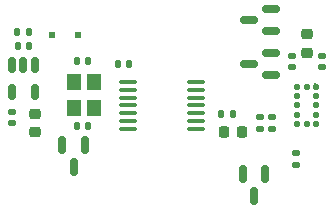
<source format=gtp>
G04 #@! TF.GenerationSoftware,KiCad,Pcbnew,6.0.11-2627ca5db0~126~ubuntu22.04.1*
G04 #@! TF.CreationDate,2023-06-19T15:46:02-07:00*
G04 #@! TF.ProjectId,VL53L1x_pwm,564c3533-4c31-4785-9f70-776d2e6b6963,rev?*
G04 #@! TF.SameCoordinates,Original*
G04 #@! TF.FileFunction,Paste,Top*
G04 #@! TF.FilePolarity,Positive*
%FSLAX46Y46*%
G04 Gerber Fmt 4.6, Leading zero omitted, Abs format (unit mm)*
G04 Created by KiCad (PCBNEW 6.0.11-2627ca5db0~126~ubuntu22.04.1) date 2023-06-19 15:46:02*
%MOMM*%
%LPD*%
G01*
G04 APERTURE LIST*
G04 Aperture macros list*
%AMRoundRect*
0 Rectangle with rounded corners*
0 $1 Rounding radius*
0 $2 $3 $4 $5 $6 $7 $8 $9 X,Y pos of 4 corners*
0 Add a 4 corners polygon primitive as box body*
4,1,4,$2,$3,$4,$5,$6,$7,$8,$9,$2,$3,0*
0 Add four circle primitives for the rounded corners*
1,1,$1+$1,$2,$3*
1,1,$1+$1,$4,$5*
1,1,$1+$1,$6,$7*
1,1,$1+$1,$8,$9*
0 Add four rect primitives between the rounded corners*
20,1,$1+$1,$2,$3,$4,$5,0*
20,1,$1+$1,$4,$5,$6,$7,0*
20,1,$1+$1,$6,$7,$8,$9,0*
20,1,$1+$1,$8,$9,$2,$3,0*%
G04 Aperture macros list end*
%ADD10RoundRect,0.140000X0.140000X0.170000X-0.140000X0.170000X-0.140000X-0.170000X0.140000X-0.170000X0*%
%ADD11RoundRect,0.140000X-0.170000X0.140000X-0.170000X-0.140000X0.170000X-0.140000X0.170000X0.140000X0*%
%ADD12RoundRect,0.062500X-0.062500X0.127500X-0.062500X-0.127500X0.062500X-0.127500X0.062500X0.127500X0*%
%ADD13RoundRect,0.125000X-0.125000X0.125000X-0.125000X-0.125000X0.125000X-0.125000X0.125000X0.125000X0*%
%ADD14RoundRect,0.135000X-0.185000X0.135000X-0.185000X-0.135000X0.185000X-0.135000X0.185000X0.135000X0*%
%ADD15R,1.200000X1.400000*%
%ADD16RoundRect,0.140000X0.170000X-0.140000X0.170000X0.140000X-0.170000X0.140000X-0.170000X-0.140000X0*%
%ADD17RoundRect,0.135000X0.185000X-0.135000X0.185000X0.135000X-0.185000X0.135000X-0.185000X-0.135000X0*%
%ADD18RoundRect,0.225000X0.225000X0.250000X-0.225000X0.250000X-0.225000X-0.250000X0.225000X-0.250000X0*%
%ADD19RoundRect,0.140000X-0.140000X-0.170000X0.140000X-0.170000X0.140000X0.170000X-0.140000X0.170000X0*%
%ADD20R,0.500000X0.500000*%
%ADD21RoundRect,0.225000X-0.250000X0.225000X-0.250000X-0.225000X0.250000X-0.225000X0.250000X0.225000X0*%
%ADD22RoundRect,0.150000X0.587500X0.150000X-0.587500X0.150000X-0.587500X-0.150000X0.587500X-0.150000X0*%
%ADD23RoundRect,0.225000X0.250000X-0.225000X0.250000X0.225000X-0.250000X0.225000X-0.250000X-0.225000X0*%
%ADD24RoundRect,0.135000X0.135000X0.185000X-0.135000X0.185000X-0.135000X-0.185000X0.135000X-0.185000X0*%
%ADD25RoundRect,0.150000X-0.150000X0.587500X-0.150000X-0.587500X0.150000X-0.587500X0.150000X0.587500X0*%
%ADD26RoundRect,0.150000X-0.150000X0.512500X-0.150000X-0.512500X0.150000X-0.512500X0.150000X0.512500X0*%
%ADD27RoundRect,0.100000X-0.637500X-0.100000X0.637500X-0.100000X0.637500X0.100000X-0.637500X0.100000X0*%
G04 APERTURE END LIST*
D10*
G04 #@! TO.C,C2*
X126730000Y-96000000D03*
X125770000Y-96000000D03*
G04 #@! TD*
D11*
G04 #@! TO.C,C7*
X120250000Y-100290000D03*
X120250000Y-101250000D03*
G04 #@! TD*
D12*
G04 #@! TO.C,U3*
X145925000Y-98010000D03*
D13*
X146050000Y-98150000D03*
X146050000Y-98950000D03*
X146050000Y-99750000D03*
X146050000Y-100550000D03*
X146050000Y-101350000D03*
X145250000Y-101350000D03*
X144450000Y-101350000D03*
X144450000Y-100550000D03*
X144450000Y-99750000D03*
X144450000Y-98950000D03*
X144450000Y-98150000D03*
X145250000Y-98150000D03*
G04 #@! TD*
D14*
G04 #@! TO.C,R2*
X142306359Y-100740000D03*
X142306359Y-101760000D03*
G04 #@! TD*
D15*
G04 #@! TO.C,Y1*
X125500000Y-97750000D03*
X125500000Y-99950000D03*
X127200000Y-99950000D03*
X127200000Y-97750000D03*
G04 #@! TD*
D16*
G04 #@! TO.C,C4*
X146500000Y-96480000D03*
X146500000Y-95520000D03*
G04 #@! TD*
G04 #@! TO.C,C5*
X144000000Y-96480000D03*
X144000000Y-95520000D03*
G04 #@! TD*
D10*
G04 #@! TO.C,C11*
X138980000Y-100500000D03*
X138020000Y-100500000D03*
G04 #@! TD*
G04 #@! TO.C,C9*
X126730000Y-101500000D03*
X125770000Y-101500000D03*
G04 #@! TD*
D17*
G04 #@! TO.C,R3*
X141250000Y-101760000D03*
X141250000Y-100740000D03*
G04 #@! TD*
D18*
G04 #@! TO.C,C10*
X139750000Y-102000000D03*
X138200000Y-102000000D03*
G04 #@! TD*
D19*
G04 #@! TO.C,C3*
X129270000Y-96250000D03*
X130230000Y-96250000D03*
G04 #@! TD*
D20*
G04 #@! TO.C,D1*
X123650000Y-93750000D03*
X125850000Y-93750000D03*
G04 #@! TD*
D21*
G04 #@! TO.C,C8*
X122250000Y-100475000D03*
X122250000Y-102025000D03*
G04 #@! TD*
D22*
G04 #@! TO.C,Q2*
X142187500Y-97200000D03*
X142187500Y-95300000D03*
X140312500Y-96250000D03*
G04 #@! TD*
D23*
G04 #@! TO.C,C6*
X145250000Y-95275000D03*
X145250000Y-93725000D03*
G04 #@! TD*
D24*
G04 #@! TO.C,R1*
X121760000Y-93520000D03*
X120740000Y-93520000D03*
G04 #@! TD*
D22*
G04 #@! TO.C,Q1*
X142187500Y-93450000D03*
X142187500Y-91550000D03*
X140312500Y-92500000D03*
G04 #@! TD*
D17*
G04 #@! TO.C,R4*
X144290000Y-104760000D03*
X144290000Y-103740000D03*
G04 #@! TD*
D25*
G04 #@! TO.C,Q3*
X126450000Y-103062500D03*
X124550000Y-103062500D03*
X125500000Y-104937500D03*
G04 #@! TD*
G04 #@! TO.C,Q4*
X141700000Y-105562500D03*
X139800000Y-105562500D03*
X140750000Y-107437500D03*
G04 #@! TD*
D26*
G04 #@! TO.C,U1*
X122200000Y-96362500D03*
X121250000Y-96362500D03*
X120300000Y-96362500D03*
X120300000Y-98637500D03*
X122200000Y-98637500D03*
G04 #@! TD*
D27*
G04 #@! TO.C,U2*
X130137500Y-97800000D03*
X130137500Y-98450000D03*
X130137500Y-99100000D03*
X130137500Y-99750000D03*
X130137500Y-100400000D03*
X130137500Y-101050000D03*
X130137500Y-101700000D03*
X135862500Y-101700000D03*
X135862500Y-101050000D03*
X135862500Y-100400000D03*
X135862500Y-99750000D03*
X135862500Y-99100000D03*
X135862500Y-98450000D03*
X135862500Y-97800000D03*
G04 #@! TD*
D10*
G04 #@! TO.C,C1*
X121730000Y-94750000D03*
X120770000Y-94750000D03*
G04 #@! TD*
M02*

</source>
